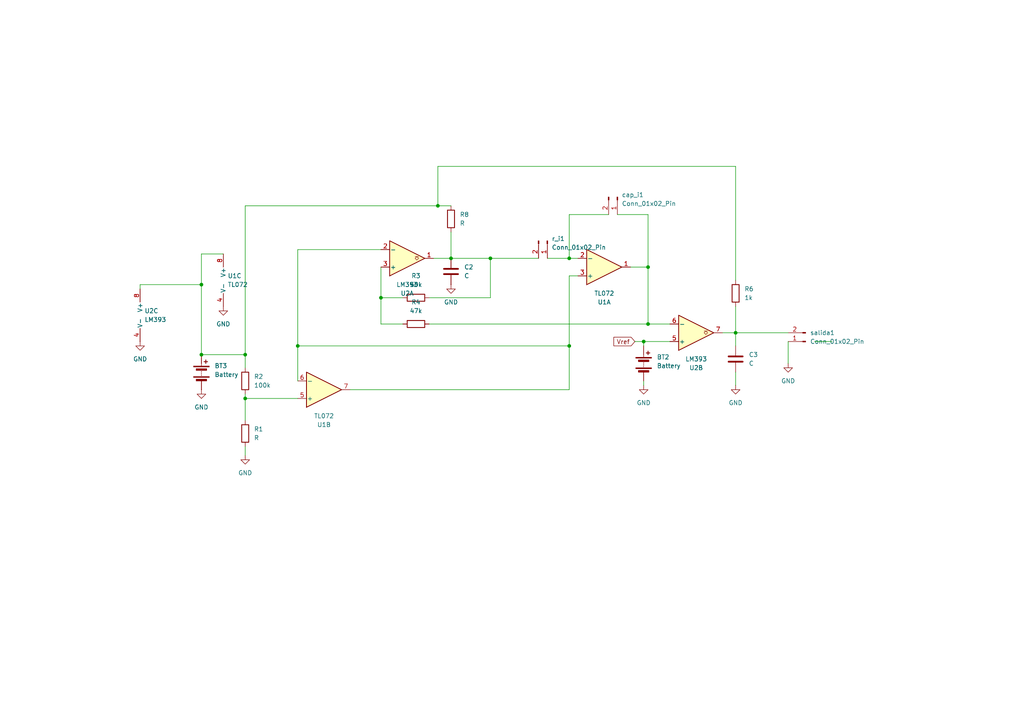
<source format=kicad_sch>
(kicad_sch
	(version 20250114)
	(generator "eeschema")
	(generator_version "9.0")
	(uuid "17eee627-bc3f-46bd-a929-8340eabad878")
	(paper "A4")
	(lib_symbols
		(symbol "Amplifier_Operational:TL072"
			(pin_names
				(offset 0.127)
			)
			(exclude_from_sim no)
			(in_bom yes)
			(on_board yes)
			(property "Reference" "U"
				(at 0 5.08 0)
				(effects
					(font
						(size 1.27 1.27)
					)
					(justify left)
				)
			)
			(property "Value" "TL072"
				(at 0 -5.08 0)
				(effects
					(font
						(size 1.27 1.27)
					)
					(justify left)
				)
			)
			(property "Footprint" ""
				(at 0 0 0)
				(effects
					(font
						(size 1.27 1.27)
					)
					(hide yes)
				)
			)
			(property "Datasheet" "http://www.ti.com/lit/ds/symlink/tl071.pdf"
				(at 0 0 0)
				(effects
					(font
						(size 1.27 1.27)
					)
					(hide yes)
				)
			)
			(property "Description" "Dual Low-Noise JFET-Input Operational Amplifiers, DIP-8/SOIC-8"
				(at 0 0 0)
				(effects
					(font
						(size 1.27 1.27)
					)
					(hide yes)
				)
			)
			(property "ki_locked" ""
				(at 0 0 0)
				(effects
					(font
						(size 1.27 1.27)
					)
				)
			)
			(property "ki_keywords" "dual opamp"
				(at 0 0 0)
				(effects
					(font
						(size 1.27 1.27)
					)
					(hide yes)
				)
			)
			(property "ki_fp_filters" "SOIC*3.9x4.9mm*P1.27mm* DIP*W7.62mm* TO*99* OnSemi*Micro8* TSSOP*3x3mm*P0.65mm* TSSOP*4.4x3mm*P0.65mm* MSOP*3x3mm*P0.65mm* SSOP*3.9x4.9mm*P0.635mm* LFCSP*2x2mm*P0.5mm* *SIP* SOIC*5.3x6.2mm*P1.27mm*"
				(at 0 0 0)
				(effects
					(font
						(size 1.27 1.27)
					)
					(hide yes)
				)
			)
			(symbol "TL072_1_1"
				(polyline
					(pts
						(xy -5.08 5.08) (xy 5.08 0) (xy -5.08 -5.08) (xy -5.08 5.08)
					)
					(stroke
						(width 0.254)
						(type default)
					)
					(fill
						(type background)
					)
				)
				(pin input line
					(at -7.62 2.54 0)
					(length 2.54)
					(name "+"
						(effects
							(font
								(size 1.27 1.27)
							)
						)
					)
					(number "3"
						(effects
							(font
								(size 1.27 1.27)
							)
						)
					)
				)
				(pin input line
					(at -7.62 -2.54 0)
					(length 2.54)
					(name "-"
						(effects
							(font
								(size 1.27 1.27)
							)
						)
					)
					(number "2"
						(effects
							(font
								(size 1.27 1.27)
							)
						)
					)
				)
				(pin output line
					(at 7.62 0 180)
					(length 2.54)
					(name "~"
						(effects
							(font
								(size 1.27 1.27)
							)
						)
					)
					(number "1"
						(effects
							(font
								(size 1.27 1.27)
							)
						)
					)
				)
			)
			(symbol "TL072_2_1"
				(polyline
					(pts
						(xy -5.08 5.08) (xy 5.08 0) (xy -5.08 -5.08) (xy -5.08 5.08)
					)
					(stroke
						(width 0.254)
						(type default)
					)
					(fill
						(type background)
					)
				)
				(pin input line
					(at -7.62 2.54 0)
					(length 2.54)
					(name "+"
						(effects
							(font
								(size 1.27 1.27)
							)
						)
					)
					(number "5"
						(effects
							(font
								(size 1.27 1.27)
							)
						)
					)
				)
				(pin input line
					(at -7.62 -2.54 0)
					(length 2.54)
					(name "-"
						(effects
							(font
								(size 1.27 1.27)
							)
						)
					)
					(number "6"
						(effects
							(font
								(size 1.27 1.27)
							)
						)
					)
				)
				(pin output line
					(at 7.62 0 180)
					(length 2.54)
					(name "~"
						(effects
							(font
								(size 1.27 1.27)
							)
						)
					)
					(number "7"
						(effects
							(font
								(size 1.27 1.27)
							)
						)
					)
				)
			)
			(symbol "TL072_3_1"
				(pin power_in line
					(at -2.54 7.62 270)
					(length 3.81)
					(name "V+"
						(effects
							(font
								(size 1.27 1.27)
							)
						)
					)
					(number "8"
						(effects
							(font
								(size 1.27 1.27)
							)
						)
					)
				)
				(pin power_in line
					(at -2.54 -7.62 90)
					(length 3.81)
					(name "V-"
						(effects
							(font
								(size 1.27 1.27)
							)
						)
					)
					(number "4"
						(effects
							(font
								(size 1.27 1.27)
							)
						)
					)
				)
			)
			(embedded_fonts no)
		)
		(symbol "Comparator:LM393"
			(pin_names
				(offset 0.127)
			)
			(exclude_from_sim no)
			(in_bom yes)
			(on_board yes)
			(property "Reference" "U"
				(at 3.81 3.81 0)
				(effects
					(font
						(size 1.27 1.27)
					)
				)
			)
			(property "Value" "LM393"
				(at 6.35 -3.81 0)
				(effects
					(font
						(size 1.27 1.27)
					)
				)
			)
			(property "Footprint" ""
				(at 0 0 0)
				(effects
					(font
						(size 1.27 1.27)
					)
					(hide yes)
				)
			)
			(property "Datasheet" "http://www.ti.com/lit/ds/symlink/lm393.pdf"
				(at 0 0 0)
				(effects
					(font
						(size 1.27 1.27)
					)
					(hide yes)
				)
			)
			(property "Description" "Low-Power, Low-Offset Voltage, Dual Comparators, DIP-8/SOIC-8/TO-99-8"
				(at 0 0 0)
				(effects
					(font
						(size 1.27 1.27)
					)
					(hide yes)
				)
			)
			(property "ki_locked" ""
				(at 0 0 0)
				(effects
					(font
						(size 1.27 1.27)
					)
				)
			)
			(property "ki_keywords" "cmp open collector"
				(at 0 0 0)
				(effects
					(font
						(size 1.27 1.27)
					)
					(hide yes)
				)
			)
			(property "ki_fp_filters" "SOIC*3.9x4.9mm*P1.27mm* DIP*W7.62mm* SOP*5.28x5.23mm*P1.27mm* VSSOP*3x3mm*P0.65mm* TSSOP*4.4x3mm*P0.65mm*"
				(at 0 0 0)
				(effects
					(font
						(size 1.27 1.27)
					)
					(hide yes)
				)
			)
			(symbol "LM393_1_1"
				(polyline
					(pts
						(xy -5.08 5.08) (xy 5.08 0) (xy -5.08 -5.08) (xy -5.08 5.08)
					)
					(stroke
						(width 0.254)
						(type default)
					)
					(fill
						(type background)
					)
				)
				(polyline
					(pts
						(xy 3.302 -0.508) (xy 2.794 -0.508) (xy 3.302 0) (xy 2.794 0.508) (xy 2.286 0) (xy 2.794 -0.508)
						(xy 2.286 -0.508)
					)
					(stroke
						(width 0.127)
						(type default)
					)
					(fill
						(type none)
					)
				)
				(pin input line
					(at -7.62 2.54 0)
					(length 2.54)
					(name "+"
						(effects
							(font
								(size 1.27 1.27)
							)
						)
					)
					(number "3"
						(effects
							(font
								(size 1.27 1.27)
							)
						)
					)
				)
				(pin input line
					(at -7.62 -2.54 0)
					(length 2.54)
					(name "-"
						(effects
							(font
								(size 1.27 1.27)
							)
						)
					)
					(number "2"
						(effects
							(font
								(size 1.27 1.27)
							)
						)
					)
				)
				(pin open_collector line
					(at 7.62 0 180)
					(length 2.54)
					(name "~"
						(effects
							(font
								(size 1.27 1.27)
							)
						)
					)
					(number "1"
						(effects
							(font
								(size 1.27 1.27)
							)
						)
					)
				)
			)
			(symbol "LM393_2_1"
				(polyline
					(pts
						(xy -5.08 5.08) (xy 5.08 0) (xy -5.08 -5.08) (xy -5.08 5.08)
					)
					(stroke
						(width 0.254)
						(type default)
					)
					(fill
						(type background)
					)
				)
				(polyline
					(pts
						(xy 3.302 -0.508) (xy 2.794 -0.508) (xy 3.302 0) (xy 2.794 0.508) (xy 2.286 0) (xy 2.794 -0.508)
						(xy 2.286 -0.508)
					)
					(stroke
						(width 0.127)
						(type default)
					)
					(fill
						(type none)
					)
				)
				(pin input line
					(at -7.62 2.54 0)
					(length 2.54)
					(name "+"
						(effects
							(font
								(size 1.27 1.27)
							)
						)
					)
					(number "5"
						(effects
							(font
								(size 1.27 1.27)
							)
						)
					)
				)
				(pin input line
					(at -7.62 -2.54 0)
					(length 2.54)
					(name "-"
						(effects
							(font
								(size 1.27 1.27)
							)
						)
					)
					(number "6"
						(effects
							(font
								(size 1.27 1.27)
							)
						)
					)
				)
				(pin open_collector line
					(at 7.62 0 180)
					(length 2.54)
					(name "~"
						(effects
							(font
								(size 1.27 1.27)
							)
						)
					)
					(number "7"
						(effects
							(font
								(size 1.27 1.27)
							)
						)
					)
				)
			)
			(symbol "LM393_3_1"
				(pin power_in line
					(at -2.54 7.62 270)
					(length 3.81)
					(name "V+"
						(effects
							(font
								(size 1.27 1.27)
							)
						)
					)
					(number "8"
						(effects
							(font
								(size 1.27 1.27)
							)
						)
					)
				)
				(pin power_in line
					(at -2.54 -7.62 90)
					(length 3.81)
					(name "V-"
						(effects
							(font
								(size 1.27 1.27)
							)
						)
					)
					(number "4"
						(effects
							(font
								(size 1.27 1.27)
							)
						)
					)
				)
			)
			(embedded_fonts no)
		)
		(symbol "Connector:Conn_01x02_Pin"
			(pin_names
				(offset 1.016)
				(hide yes)
			)
			(exclude_from_sim no)
			(in_bom yes)
			(on_board yes)
			(property "Reference" "J"
				(at 0 2.54 0)
				(effects
					(font
						(size 1.27 1.27)
					)
				)
			)
			(property "Value" "Conn_01x02_Pin"
				(at 0 -5.08 0)
				(effects
					(font
						(size 1.27 1.27)
					)
				)
			)
			(property "Footprint" ""
				(at 0 0 0)
				(effects
					(font
						(size 1.27 1.27)
					)
					(hide yes)
				)
			)
			(property "Datasheet" "~"
				(at 0 0 0)
				(effects
					(font
						(size 1.27 1.27)
					)
					(hide yes)
				)
			)
			(property "Description" "Generic connector, single row, 01x02, script generated"
				(at 0 0 0)
				(effects
					(font
						(size 1.27 1.27)
					)
					(hide yes)
				)
			)
			(property "ki_locked" ""
				(at 0 0 0)
				(effects
					(font
						(size 1.27 1.27)
					)
				)
			)
			(property "ki_keywords" "connector"
				(at 0 0 0)
				(effects
					(font
						(size 1.27 1.27)
					)
					(hide yes)
				)
			)
			(property "ki_fp_filters" "Connector*:*_1x??_*"
				(at 0 0 0)
				(effects
					(font
						(size 1.27 1.27)
					)
					(hide yes)
				)
			)
			(symbol "Conn_01x02_Pin_1_1"
				(rectangle
					(start 0.8636 0.127)
					(end 0 -0.127)
					(stroke
						(width 0.1524)
						(type default)
					)
					(fill
						(type outline)
					)
				)
				(rectangle
					(start 0.8636 -2.413)
					(end 0 -2.667)
					(stroke
						(width 0.1524)
						(type default)
					)
					(fill
						(type outline)
					)
				)
				(polyline
					(pts
						(xy 1.27 0) (xy 0.8636 0)
					)
					(stroke
						(width 0.1524)
						(type default)
					)
					(fill
						(type none)
					)
				)
				(polyline
					(pts
						(xy 1.27 -2.54) (xy 0.8636 -2.54)
					)
					(stroke
						(width 0.1524)
						(type default)
					)
					(fill
						(type none)
					)
				)
				(pin passive line
					(at 5.08 0 180)
					(length 3.81)
					(name "Pin_1"
						(effects
							(font
								(size 1.27 1.27)
							)
						)
					)
					(number "1"
						(effects
							(font
								(size 1.27 1.27)
							)
						)
					)
				)
				(pin passive line
					(at 5.08 -2.54 180)
					(length 3.81)
					(name "Pin_2"
						(effects
							(font
								(size 1.27 1.27)
							)
						)
					)
					(number "2"
						(effects
							(font
								(size 1.27 1.27)
							)
						)
					)
				)
			)
			(embedded_fonts no)
		)
		(symbol "Device:Battery"
			(pin_numbers
				(hide yes)
			)
			(pin_names
				(offset 0)
				(hide yes)
			)
			(exclude_from_sim no)
			(in_bom yes)
			(on_board yes)
			(property "Reference" "BT"
				(at 2.54 2.54 0)
				(effects
					(font
						(size 1.27 1.27)
					)
					(justify left)
				)
			)
			(property "Value" "Battery"
				(at 2.54 0 0)
				(effects
					(font
						(size 1.27 1.27)
					)
					(justify left)
				)
			)
			(property "Footprint" ""
				(at 0 1.524 90)
				(effects
					(font
						(size 1.27 1.27)
					)
					(hide yes)
				)
			)
			(property "Datasheet" "~"
				(at 0 1.524 90)
				(effects
					(font
						(size 1.27 1.27)
					)
					(hide yes)
				)
			)
			(property "Description" "Multiple-cell battery"
				(at 0 0 0)
				(effects
					(font
						(size 1.27 1.27)
					)
					(hide yes)
				)
			)
			(property "ki_keywords" "batt voltage-source cell"
				(at 0 0 0)
				(effects
					(font
						(size 1.27 1.27)
					)
					(hide yes)
				)
			)
			(symbol "Battery_0_1"
				(rectangle
					(start -2.286 1.778)
					(end 2.286 1.524)
					(stroke
						(width 0)
						(type default)
					)
					(fill
						(type outline)
					)
				)
				(rectangle
					(start -2.286 -1.27)
					(end 2.286 -1.524)
					(stroke
						(width 0)
						(type default)
					)
					(fill
						(type outline)
					)
				)
				(rectangle
					(start -1.524 1.016)
					(end 1.524 0.508)
					(stroke
						(width 0)
						(type default)
					)
					(fill
						(type outline)
					)
				)
				(rectangle
					(start -1.524 -2.032)
					(end 1.524 -2.54)
					(stroke
						(width 0)
						(type default)
					)
					(fill
						(type outline)
					)
				)
				(polyline
					(pts
						(xy 0 1.778) (xy 0 2.54)
					)
					(stroke
						(width 0)
						(type default)
					)
					(fill
						(type none)
					)
				)
				(polyline
					(pts
						(xy 0 0) (xy 0 0.254)
					)
					(stroke
						(width 0)
						(type default)
					)
					(fill
						(type none)
					)
				)
				(polyline
					(pts
						(xy 0 -0.508) (xy 0 -0.254)
					)
					(stroke
						(width 0)
						(type default)
					)
					(fill
						(type none)
					)
				)
				(polyline
					(pts
						(xy 0 -1.016) (xy 0 -0.762)
					)
					(stroke
						(width 0)
						(type default)
					)
					(fill
						(type none)
					)
				)
				(polyline
					(pts
						(xy 0.762 3.048) (xy 1.778 3.048)
					)
					(stroke
						(width 0.254)
						(type default)
					)
					(fill
						(type none)
					)
				)
				(polyline
					(pts
						(xy 1.27 3.556) (xy 1.27 2.54)
					)
					(stroke
						(width 0.254)
						(type default)
					)
					(fill
						(type none)
					)
				)
			)
			(symbol "Battery_1_1"
				(pin passive line
					(at 0 5.08 270)
					(length 2.54)
					(name "+"
						(effects
							(font
								(size 1.27 1.27)
							)
						)
					)
					(number "1"
						(effects
							(font
								(size 1.27 1.27)
							)
						)
					)
				)
				(pin passive line
					(at 0 -5.08 90)
					(length 2.54)
					(name "-"
						(effects
							(font
								(size 1.27 1.27)
							)
						)
					)
					(number "2"
						(effects
							(font
								(size 1.27 1.27)
							)
						)
					)
				)
			)
			(embedded_fonts no)
		)
		(symbol "Device:C"
			(pin_numbers
				(hide yes)
			)
			(pin_names
				(offset 0.254)
			)
			(exclude_from_sim no)
			(in_bom yes)
			(on_board yes)
			(property "Reference" "C"
				(at 0.635 2.54 0)
				(effects
					(font
						(size 1.27 1.27)
					)
					(justify left)
				)
			)
			(property "Value" "C"
				(at 0.635 -2.54 0)
				(effects
					(font
						(size 1.27 1.27)
					)
					(justify left)
				)
			)
			(property "Footprint" ""
				(at 0.9652 -3.81 0)
				(effects
					(font
						(size 1.27 1.27)
					)
					(hide yes)
				)
			)
			(property "Datasheet" "~"
				(at 0 0 0)
				(effects
					(font
						(size 1.27 1.27)
					)
					(hide yes)
				)
			)
			(property "Description" "Unpolarized capacitor"
				(at 0 0 0)
				(effects
					(font
						(size 1.27 1.27)
					)
					(hide yes)
				)
			)
			(property "ki_keywords" "cap capacitor"
				(at 0 0 0)
				(effects
					(font
						(size 1.27 1.27)
					)
					(hide yes)
				)
			)
			(property "ki_fp_filters" "C_*"
				(at 0 0 0)
				(effects
					(font
						(size 1.27 1.27)
					)
					(hide yes)
				)
			)
			(symbol "C_0_1"
				(polyline
					(pts
						(xy -2.032 0.762) (xy 2.032 0.762)
					)
					(stroke
						(width 0.508)
						(type default)
					)
					(fill
						(type none)
					)
				)
				(polyline
					(pts
						(xy -2.032 -0.762) (xy 2.032 -0.762)
					)
					(stroke
						(width 0.508)
						(type default)
					)
					(fill
						(type none)
					)
				)
			)
			(symbol "C_1_1"
				(pin passive line
					(at 0 3.81 270)
					(length 2.794)
					(name "~"
						(effects
							(font
								(size 1.27 1.27)
							)
						)
					)
					(number "1"
						(effects
							(font
								(size 1.27 1.27)
							)
						)
					)
				)
				(pin passive line
					(at 0 -3.81 90)
					(length 2.794)
					(name "~"
						(effects
							(font
								(size 1.27 1.27)
							)
						)
					)
					(number "2"
						(effects
							(font
								(size 1.27 1.27)
							)
						)
					)
				)
			)
			(embedded_fonts no)
		)
		(symbol "Device:R"
			(pin_numbers
				(hide yes)
			)
			(pin_names
				(offset 0)
			)
			(exclude_from_sim no)
			(in_bom yes)
			(on_board yes)
			(property "Reference" "R"
				(at 2.032 0 90)
				(effects
					(font
						(size 1.27 1.27)
					)
				)
			)
			(property "Value" "R"
				(at 0 0 90)
				(effects
					(font
						(size 1.27 1.27)
					)
				)
			)
			(property "Footprint" ""
				(at -1.778 0 90)
				(effects
					(font
						(size 1.27 1.27)
					)
					(hide yes)
				)
			)
			(property "Datasheet" "~"
				(at 0 0 0)
				(effects
					(font
						(size 1.27 1.27)
					)
					(hide yes)
				)
			)
			(property "Description" "Resistor"
				(at 0 0 0)
				(effects
					(font
						(size 1.27 1.27)
					)
					(hide yes)
				)
			)
			(property "ki_keywords" "R res resistor"
				(at 0 0 0)
				(effects
					(font
						(size 1.27 1.27)
					)
					(hide yes)
				)
			)
			(property "ki_fp_filters" "R_*"
				(at 0 0 0)
				(effects
					(font
						(size 1.27 1.27)
					)
					(hide yes)
				)
			)
			(symbol "R_0_1"
				(rectangle
					(start -1.016 -2.54)
					(end 1.016 2.54)
					(stroke
						(width 0.254)
						(type default)
					)
					(fill
						(type none)
					)
				)
			)
			(symbol "R_1_1"
				(pin passive line
					(at 0 3.81 270)
					(length 1.27)
					(name "~"
						(effects
							(font
								(size 1.27 1.27)
							)
						)
					)
					(number "1"
						(effects
							(font
								(size 1.27 1.27)
							)
						)
					)
				)
				(pin passive line
					(at 0 -3.81 90)
					(length 1.27)
					(name "~"
						(effects
							(font
								(size 1.27 1.27)
							)
						)
					)
					(number "2"
						(effects
							(font
								(size 1.27 1.27)
							)
						)
					)
				)
			)
			(embedded_fonts no)
		)
		(symbol "power:GND"
			(power)
			(pin_numbers
				(hide yes)
			)
			(pin_names
				(offset 0)
				(hide yes)
			)
			(exclude_from_sim no)
			(in_bom yes)
			(on_board yes)
			(property "Reference" "#PWR"
				(at 0 -6.35 0)
				(effects
					(font
						(size 1.27 1.27)
					)
					(hide yes)
				)
			)
			(property "Value" "GND"
				(at 0 -3.81 0)
				(effects
					(font
						(size 1.27 1.27)
					)
				)
			)
			(property "Footprint" ""
				(at 0 0 0)
				(effects
					(font
						(size 1.27 1.27)
					)
					(hide yes)
				)
			)
			(property "Datasheet" ""
				(at 0 0 0)
				(effects
					(font
						(size 1.27 1.27)
					)
					(hide yes)
				)
			)
			(property "Description" "Power symbol creates a global label with name \"GND\" , ground"
				(at 0 0 0)
				(effects
					(font
						(size 1.27 1.27)
					)
					(hide yes)
				)
			)
			(property "ki_keywords" "global power"
				(at 0 0 0)
				(effects
					(font
						(size 1.27 1.27)
					)
					(hide yes)
				)
			)
			(symbol "GND_0_1"
				(polyline
					(pts
						(xy 0 0) (xy 0 -1.27) (xy 1.27 -1.27) (xy 0 -2.54) (xy -1.27 -1.27) (xy 0 -1.27)
					)
					(stroke
						(width 0)
						(type default)
					)
					(fill
						(type none)
					)
				)
			)
			(symbol "GND_1_1"
				(pin power_in line
					(at 0 0 270)
					(length 0)
					(name "~"
						(effects
							(font
								(size 1.27 1.27)
							)
						)
					)
					(number "1"
						(effects
							(font
								(size 1.27 1.27)
							)
						)
					)
				)
			)
			(embedded_fonts no)
		)
	)
	(junction
		(at 186.69 99.06)
		(diameter 0)
		(color 0 0 0 0)
		(uuid "1f849616-a5b7-402d-90bf-3e3e27b40008")
	)
	(junction
		(at 110.49 86.36)
		(diameter 0)
		(color 0 0 0 0)
		(uuid "231d5919-d8b3-443b-a5f7-76f1899d3b9f")
	)
	(junction
		(at 86.36 100.33)
		(diameter 0)
		(color 0 0 0 0)
		(uuid "27a980d3-f2aa-4896-92a1-562708249a68")
	)
	(junction
		(at 130.81 74.93)
		(diameter 0)
		(color 0 0 0 0)
		(uuid "2bce827f-6057-4d1a-a021-fb42f5d9b44d")
	)
	(junction
		(at 58.42 82.55)
		(diameter 0)
		(color 0 0 0 0)
		(uuid "33d65ac8-d78b-43bb-8bf9-eda4a0d2d533")
	)
	(junction
		(at 187.96 77.47)
		(diameter 0)
		(color 0 0 0 0)
		(uuid "33e34c6c-3ca2-4071-aa67-a143d870ef87")
	)
	(junction
		(at 71.12 115.57)
		(diameter 0)
		(color 0 0 0 0)
		(uuid "36a6eb8c-d320-4aa3-b6f0-bb6a3812dae2")
	)
	(junction
		(at 165.1 74.93)
		(diameter 0)
		(color 0 0 0 0)
		(uuid "3b4f80cc-b4fd-4e96-ade0-4a217b23c7d5")
	)
	(junction
		(at 58.42 102.87)
		(diameter 0)
		(color 0 0 0 0)
		(uuid "432f8922-8733-4a52-8986-19ca9b51d881")
	)
	(junction
		(at 187.96 93.98)
		(diameter 0)
		(color 0 0 0 0)
		(uuid "62c311b6-29e9-4f82-bcbd-423b818743ea")
	)
	(junction
		(at 127 59.69)
		(diameter 0)
		(color 0 0 0 0)
		(uuid "6b8b06e2-9d45-499e-9bc0-2ff0539aaf74")
	)
	(junction
		(at 165.1 100.33)
		(diameter 0)
		(color 0 0 0 0)
		(uuid "af19137a-e014-43d0-a0af-51a75aa18089")
	)
	(junction
		(at 71.12 102.87)
		(diameter 0)
		(color 0 0 0 0)
		(uuid "bae1835b-f27f-4555-9f23-21294c60de66")
	)
	(junction
		(at 213.36 96.52)
		(diameter 0)
		(color 0 0 0 0)
		(uuid "cc41e59d-1e8b-4024-8913-4c7de67a9273")
	)
	(junction
		(at 142.24 74.93)
		(diameter 0)
		(color 0 0 0 0)
		(uuid "e5f14dd5-df28-433b-9f4f-86ca4d9daae1")
	)
	(wire
		(pts
			(xy 71.12 59.69) (xy 127 59.69)
		)
		(stroke
			(width 0)
			(type default)
		)
		(uuid "00cb0fe0-e035-4e59-9d78-44b6c0bff9d7")
	)
	(wire
		(pts
			(xy 213.36 107.95) (xy 213.36 111.76)
		)
		(stroke
			(width 0)
			(type default)
		)
		(uuid "0232e40d-a643-4ac7-84ed-2e2341951d93")
	)
	(wire
		(pts
			(xy 58.42 102.87) (xy 58.42 82.55)
		)
		(stroke
			(width 0)
			(type default)
		)
		(uuid "029a9c53-87b6-480e-9fe3-47190eef0895")
	)
	(wire
		(pts
			(xy 186.69 99.06) (xy 194.31 99.06)
		)
		(stroke
			(width 0)
			(type default)
		)
		(uuid "050103ec-ee0e-4d8a-9470-37d862685644")
	)
	(wire
		(pts
			(xy 142.24 74.93) (xy 156.21 74.93)
		)
		(stroke
			(width 0)
			(type default)
		)
		(uuid "0c95ced1-11f8-4362-be8c-0d0c66afa723")
	)
	(wire
		(pts
			(xy 213.36 96.52) (xy 213.36 100.33)
		)
		(stroke
			(width 0)
			(type default)
		)
		(uuid "0dba4b74-6199-49a0-8dc1-4db27c230613")
	)
	(wire
		(pts
			(xy 124.46 93.98) (xy 187.96 93.98)
		)
		(stroke
			(width 0)
			(type default)
		)
		(uuid "12fd6866-8479-477d-b286-52e485c2270d")
	)
	(wire
		(pts
			(xy 71.12 102.87) (xy 71.12 106.68)
		)
		(stroke
			(width 0)
			(type default)
		)
		(uuid "27ae9229-2678-4eff-a10b-df003a08b83a")
	)
	(wire
		(pts
			(xy 142.24 86.36) (xy 142.24 74.93)
		)
		(stroke
			(width 0)
			(type default)
		)
		(uuid "2a7df99d-3713-4415-876c-9a5775570597")
	)
	(wire
		(pts
			(xy 86.36 72.39) (xy 110.49 72.39)
		)
		(stroke
			(width 0)
			(type default)
		)
		(uuid "2db29c0c-c76f-47f5-a73e-81bfae242f9f")
	)
	(wire
		(pts
			(xy 187.96 62.23) (xy 187.96 77.47)
		)
		(stroke
			(width 0)
			(type default)
		)
		(uuid "3aac5af1-a73e-447a-a6e5-babdda6b6918")
	)
	(wire
		(pts
			(xy 165.1 80.01) (xy 165.1 100.33)
		)
		(stroke
			(width 0)
			(type default)
		)
		(uuid "475a4ea7-71e8-4a2a-8c8c-f7acd9d570b4")
	)
	(wire
		(pts
			(xy 110.49 86.36) (xy 116.84 86.36)
		)
		(stroke
			(width 0)
			(type default)
		)
		(uuid "48195463-2c4a-422c-b42d-786267b3d5f8")
	)
	(wire
		(pts
			(xy 40.64 82.55) (xy 40.64 83.82)
		)
		(stroke
			(width 0)
			(type default)
		)
		(uuid "4ed70184-b347-47b8-9b10-155a50be3ddd")
	)
	(wire
		(pts
			(xy 125.73 74.93) (xy 130.81 74.93)
		)
		(stroke
			(width 0)
			(type default)
		)
		(uuid "51b8db8c-10c1-4a86-a2a5-31954eddc89b")
	)
	(wire
		(pts
			(xy 127 59.69) (xy 127 48.26)
		)
		(stroke
			(width 0)
			(type default)
		)
		(uuid "54d0cc3b-d84b-46e6-88e4-10d4084c40cf")
	)
	(wire
		(pts
			(xy 209.55 96.52) (xy 213.36 96.52)
		)
		(stroke
			(width 0)
			(type default)
		)
		(uuid "559de702-a01a-4e7d-ae0f-93f07ac3e23b")
	)
	(wire
		(pts
			(xy 71.12 115.57) (xy 71.12 121.92)
		)
		(stroke
			(width 0)
			(type default)
		)
		(uuid "55c63310-26a2-4344-acda-efac10ef3fc6")
	)
	(wire
		(pts
			(xy 158.75 74.93) (xy 165.1 74.93)
		)
		(stroke
			(width 0)
			(type default)
		)
		(uuid "567fbd52-932d-4c85-970b-877b9d5bcb80")
	)
	(wire
		(pts
			(xy 58.42 82.55) (xy 40.64 82.55)
		)
		(stroke
			(width 0)
			(type default)
		)
		(uuid "57582421-1e26-4df8-a585-b2c2300074fe")
	)
	(wire
		(pts
			(xy 58.42 73.66) (xy 64.77 73.66)
		)
		(stroke
			(width 0)
			(type default)
		)
		(uuid "5aec6ae3-f806-4b9f-aa01-17081e5b8239")
	)
	(wire
		(pts
			(xy 184.15 99.06) (xy 186.69 99.06)
		)
		(stroke
			(width 0)
			(type default)
		)
		(uuid "5ce9f6cc-44a0-467f-a74a-faf6bba49195")
	)
	(wire
		(pts
			(xy 110.49 77.47) (xy 110.49 86.36)
		)
		(stroke
			(width 0)
			(type default)
		)
		(uuid "5fd16b4b-eab7-49ef-82fb-c9030c311d3c")
	)
	(wire
		(pts
			(xy 58.42 102.87) (xy 71.12 102.87)
		)
		(stroke
			(width 0)
			(type default)
		)
		(uuid "64ad14bd-b05d-4813-a445-2d7fec0783ef")
	)
	(wire
		(pts
			(xy 86.36 110.49) (xy 86.36 100.33)
		)
		(stroke
			(width 0)
			(type default)
		)
		(uuid "650c6a5a-96c5-4a64-964c-6daaeee01975")
	)
	(wire
		(pts
			(xy 127 48.26) (xy 213.36 48.26)
		)
		(stroke
			(width 0)
			(type default)
		)
		(uuid "79342fe3-32a4-443c-b907-94b60cfb9382")
	)
	(wire
		(pts
			(xy 236.22 99.06) (xy 241.3 99.06)
		)
		(stroke
			(width 0)
			(type default)
		)
		(uuid "85e311d2-1ddb-440c-97e3-e2d2ab90724c")
	)
	(wire
		(pts
			(xy 71.12 129.54) (xy 71.12 132.08)
		)
		(stroke
			(width 0)
			(type default)
		)
		(uuid "8fb66898-2f68-45ea-a94c-c46a562e59e1")
	)
	(wire
		(pts
			(xy 182.88 77.47) (xy 187.96 77.47)
		)
		(stroke
			(width 0)
			(type default)
		)
		(uuid "90fbf3de-eada-4559-bb24-b65c22c1a421")
	)
	(wire
		(pts
			(xy 213.36 96.52) (xy 228.6 96.52)
		)
		(stroke
			(width 0)
			(type default)
		)
		(uuid "9344a09e-505b-455f-ab76-71d6848b7ed9")
	)
	(wire
		(pts
			(xy 165.1 62.23) (xy 176.53 62.23)
		)
		(stroke
			(width 0)
			(type default)
		)
		(uuid "94c39354-79c0-4967-bf88-19809e684ded")
	)
	(wire
		(pts
			(xy 186.69 110.49) (xy 186.69 111.76)
		)
		(stroke
			(width 0)
			(type default)
		)
		(uuid "9a985b63-147f-40de-b8d1-939e3654f1d2")
	)
	(wire
		(pts
			(xy 228.6 99.06) (xy 228.6 105.41)
		)
		(stroke
			(width 0)
			(type default)
		)
		(uuid "9cb1c54c-ab5a-41ce-b13e-9b19bbc08955")
	)
	(wire
		(pts
			(xy 165.1 80.01) (xy 167.64 80.01)
		)
		(stroke
			(width 0)
			(type default)
		)
		(uuid "a10e334a-0c70-412a-b0d1-1e2ace790ba4")
	)
	(wire
		(pts
			(xy 110.49 86.36) (xy 110.49 93.98)
		)
		(stroke
			(width 0)
			(type default)
		)
		(uuid "b31a93c6-4bed-4fa1-a52e-c21a711c8b07")
	)
	(wire
		(pts
			(xy 71.12 115.57) (xy 86.36 115.57)
		)
		(stroke
			(width 0)
			(type default)
		)
		(uuid "bb6a48a1-2fd2-4175-ad17-ae70886e6782")
	)
	(wire
		(pts
			(xy 187.96 77.47) (xy 187.96 93.98)
		)
		(stroke
			(width 0)
			(type default)
		)
		(uuid "bd9a1cdf-1643-429a-bd23-5d36768ef0ea")
	)
	(wire
		(pts
			(xy 130.81 67.31) (xy 130.81 74.93)
		)
		(stroke
			(width 0)
			(type default)
		)
		(uuid "bf83021d-6bc8-4e2e-ab03-1f316016fc03")
	)
	(wire
		(pts
			(xy 165.1 74.93) (xy 167.64 74.93)
		)
		(stroke
			(width 0)
			(type default)
		)
		(uuid "c2fefbb1-8adf-44ea-a418-0eeee729499c")
	)
	(wire
		(pts
			(xy 71.12 102.87) (xy 71.12 59.69)
		)
		(stroke
			(width 0)
			(type default)
		)
		(uuid "c6cf5dea-bee4-4ca7-9980-9c71ef817a00")
	)
	(wire
		(pts
			(xy 86.36 100.33) (xy 86.36 72.39)
		)
		(stroke
			(width 0)
			(type default)
		)
		(uuid "c921a741-a6e8-46c0-b736-24bcb6161475")
	)
	(wire
		(pts
			(xy 101.6 113.03) (xy 165.1 113.03)
		)
		(stroke
			(width 0)
			(type default)
		)
		(uuid "c9379c07-d041-4fab-89de-dc9aa74a08fc")
	)
	(wire
		(pts
			(xy 110.49 93.98) (xy 116.84 93.98)
		)
		(stroke
			(width 0)
			(type default)
		)
		(uuid "c99485d9-306e-4fad-9559-5b9036606c5f")
	)
	(wire
		(pts
			(xy 179.07 62.23) (xy 187.96 62.23)
		)
		(stroke
			(width 0)
			(type default)
		)
		(uuid "ca30186a-6827-4446-ac36-6f1f2005b175")
	)
	(wire
		(pts
			(xy 165.1 100.33) (xy 165.1 113.03)
		)
		(stroke
			(width 0)
			(type default)
		)
		(uuid "ccbba4e3-18dd-4cfe-b4a5-b2e708916a28")
	)
	(wire
		(pts
			(xy 71.12 114.3) (xy 71.12 115.57)
		)
		(stroke
			(width 0)
			(type default)
		)
		(uuid "d465b1d6-c817-4abb-ba3e-fb999243ad2a")
	)
	(wire
		(pts
			(xy 130.81 74.93) (xy 142.24 74.93)
		)
		(stroke
			(width 0)
			(type default)
		)
		(uuid "d60105d6-bf03-4ed9-9403-21d27b8ce0ab")
	)
	(wire
		(pts
			(xy 213.36 88.9) (xy 213.36 96.52)
		)
		(stroke
			(width 0)
			(type default)
		)
		(uuid "d8d8a92c-36ea-4b39-9b10-26b84b154c4f")
	)
	(wire
		(pts
			(xy 213.36 48.26) (xy 213.36 81.28)
		)
		(stroke
			(width 0)
			(type default)
		)
		(uuid "e479daac-bc24-46d9-837e-e033b5b0a212")
	)
	(wire
		(pts
			(xy 58.42 82.55) (xy 58.42 73.66)
		)
		(stroke
			(width 0)
			(type default)
		)
		(uuid "ede98640-117b-4e20-9047-c1752c7aed50")
	)
	(wire
		(pts
			(xy 124.46 86.36) (xy 142.24 86.36)
		)
		(stroke
			(width 0)
			(type default)
		)
		(uuid "efb710e2-6ada-4cbe-a734-95f997d90e22")
	)
	(wire
		(pts
			(xy 186.69 99.06) (xy 186.69 100.33)
		)
		(stroke
			(width 0)
			(type default)
		)
		(uuid "f3244e25-c4e7-4877-a19f-5498a5880278")
	)
	(wire
		(pts
			(xy 187.96 93.98) (xy 194.31 93.98)
		)
		(stroke
			(width 0)
			(type default)
		)
		(uuid "f6f0c7f5-79ac-43d2-b0f9-ca47e21f8c25")
	)
	(wire
		(pts
			(xy 86.36 100.33) (xy 165.1 100.33)
		)
		(stroke
			(width 0)
			(type default)
		)
		(uuid "fa7a61e1-1c5e-4fb9-aaac-289d367b2f9f")
	)
	(wire
		(pts
			(xy 127 59.69) (xy 130.81 59.69)
		)
		(stroke
			(width 0)
			(type default)
		)
		(uuid "ff2dc5f1-e0b3-42e5-94ca-6a3458ee41a4")
	)
	(wire
		(pts
			(xy 165.1 74.93) (xy 165.1 62.23)
		)
		(stroke
			(width 0)
			(type default)
		)
		(uuid "ff9c73c1-4a3c-465e-a057-4885f7d04b96")
	)
	(global_label "Vref"
		(shape input)
		(at 184.15 99.06 180)
		(fields_autoplaced yes)
		(effects
			(font
				(size 1.27 1.27)
			)
			(justify right)
		)
		(uuid "86f90454-cd3a-4d4e-a0de-f118651c7d57")
		(property "Intersheetrefs" "${INTERSHEET_REFS}"
			(at 177.4757 99.06 0)
			(effects
				(font
					(size 1.27 1.27)
				)
				(justify right)
				(hide yes)
			)
		)
	)
	(symbol
		(lib_id "Device:R")
		(at 213.36 85.09 180)
		(unit 1)
		(exclude_from_sim no)
		(in_bom yes)
		(on_board yes)
		(dnp no)
		(fields_autoplaced yes)
		(uuid "0b3ed18d-4305-4429-964a-1fd727171064")
		(property "Reference" "R6"
			(at 215.9 83.8199 0)
			(effects
				(font
					(size 1.27 1.27)
				)
				(justify right)
			)
		)
		(property "Value" "1k"
			(at 215.9 86.3599 0)
			(effects
				(font
					(size 1.27 1.27)
				)
				(justify right)
			)
		)
		(property "Footprint" "Resistor_THT:R_Axial_DIN0207_L6.3mm_D2.5mm_P7.62mm_Horizontal"
			(at 215.138 85.09 90)
			(effects
				(font
					(size 1.27 1.27)
				)
				(hide yes)
			)
		)
		(property "Datasheet" "~"
			(at 213.36 85.09 0)
			(effects
				(font
					(size 1.27 1.27)
				)
				(hide yes)
			)
		)
		(property "Description" "Resistor"
			(at 213.36 85.09 0)
			(effects
				(font
					(size 1.27 1.27)
				)
				(hide yes)
			)
		)
		(pin "1"
			(uuid "1881a007-f35b-475b-8a94-8049f9c0f0ab")
		)
		(pin "2"
			(uuid "9464250b-2408-46cc-9bcc-f003fb8b666e")
		)
		(instances
			(project "pcb_check4_pwm"
				(path "/17eee627-bc3f-46bd-a929-8340eabad878"
					(reference "R6")
					(unit 1)
				)
			)
		)
	)
	(symbol
		(lib_id "Device:C")
		(at 130.81 78.74 180)
		(unit 1)
		(exclude_from_sim no)
		(in_bom yes)
		(on_board yes)
		(dnp no)
		(fields_autoplaced yes)
		(uuid "0e347cb4-267e-4826-be1f-510a2a914dfb")
		(property "Reference" "C2"
			(at 134.62 77.4699 0)
			(effects
				(font
					(size 1.27 1.27)
				)
				(justify right)
			)
		)
		(property "Value" "C"
			(at 134.62 80.0099 0)
			(effects
				(font
					(size 1.27 1.27)
				)
				(justify right)
			)
		)
		(property "Footprint" "Capacitor_THT:C_Disc_D4.3mm_W1.9mm_P5.00mm"
			(at 129.8448 74.93 0)
			(effects
				(font
					(size 1.27 1.27)
				)
				(hide yes)
			)
		)
		(property "Datasheet" "~"
			(at 130.81 78.74 0)
			(effects
				(font
					(size 1.27 1.27)
				)
				(hide yes)
			)
		)
		(property "Description" "Unpolarized capacitor"
			(at 130.81 78.74 0)
			(effects
				(font
					(size 1.27 1.27)
				)
				(hide yes)
			)
		)
		(pin "1"
			(uuid "04a7f5e3-b54b-4947-b614-732f20c9b8b8")
		)
		(pin "2"
			(uuid "a4512c34-7dbf-4c58-bdf8-dba8826d820c")
		)
		(instances
			(project ""
				(path "/17eee627-bc3f-46bd-a929-8340eabad878"
					(reference "C2")
					(unit 1)
				)
			)
		)
	)
	(symbol
		(lib_id "Comparator:LM393")
		(at 43.18 91.44 0)
		(unit 3)
		(exclude_from_sim no)
		(in_bom yes)
		(on_board yes)
		(dnp no)
		(fields_autoplaced yes)
		(uuid "1f738962-5655-42c9-8089-7c9c3b7b5ed1")
		(property "Reference" "U2"
			(at 41.91 90.1699 0)
			(effects
				(font
					(size 1.27 1.27)
				)
				(justify left)
			)
		)
		(property "Value" "LM393"
			(at 41.91 92.7099 0)
			(effects
				(font
					(size 1.27 1.27)
				)
				(justify left)
			)
		)
		(property "Footprint" "Package_DIP:CERDIP-8_W7.62mm_SideBrazed_LongPads"
			(at 43.18 91.44 0)
			(effects
				(font
					(size 1.27 1.27)
				)
				(hide yes)
			)
		)
		(property "Datasheet" "http://www.ti.com/lit/ds/symlink/lm393.pdf"
			(at 43.18 91.44 0)
			(effects
				(font
					(size 1.27 1.27)
				)
				(hide yes)
			)
		)
		(property "Description" "Low-Power, Low-Offset Voltage, Dual Comparators, DIP-8/SOIC-8/TO-99-8"
			(at 43.18 91.44 0)
			(effects
				(font
					(size 1.27 1.27)
				)
				(hide yes)
			)
		)
		(pin "1"
			(uuid "da528779-926a-4b7d-b28b-6dac23276aa9")
		)
		(pin "2"
			(uuid "559cfca9-b19f-4c11-8bdb-abbf13ca772e")
		)
		(pin "5"
			(uuid "0fc53ac8-1078-4339-a293-6c8ea01365b3")
		)
		(pin "6"
			(uuid "b97f2762-e2c3-46d1-913d-b65ed57260a6")
		)
		(pin "4"
			(uuid "60e80f36-ad57-4598-8c75-391c345f61b6")
		)
		(pin "3"
			(uuid "f95b7db5-42dc-4fdf-bc64-cc63ea88b90e")
		)
		(pin "7"
			(uuid "453944bd-72f6-43d2-8112-a60eedf5bc40")
		)
		(pin "8"
			(uuid "944d73dd-c6f2-45e9-99c9-b1d5ea77133f")
		)
		(instances
			(project ""
				(path "/17eee627-bc3f-46bd-a929-8340eabad878"
					(reference "U2")
					(unit 3)
				)
			)
		)
	)
	(symbol
		(lib_id "power:GND")
		(at 58.42 113.03 0)
		(unit 1)
		(exclude_from_sim no)
		(in_bom yes)
		(on_board yes)
		(dnp no)
		(fields_autoplaced yes)
		(uuid "22efd921-ca45-4496-b381-697f252171e1")
		(property "Reference" "#PWR05"
			(at 58.42 119.38 0)
			(effects
				(font
					(size 1.27 1.27)
				)
				(hide yes)
			)
		)
		(property "Value" "GND"
			(at 58.42 118.11 0)
			(effects
				(font
					(size 1.27 1.27)
				)
			)
		)
		(property "Footprint" ""
			(at 58.42 113.03 0)
			(effects
				(font
					(size 1.27 1.27)
				)
				(hide yes)
			)
		)
		(property "Datasheet" ""
			(at 58.42 113.03 0)
			(effects
				(font
					(size 1.27 1.27)
				)
				(hide yes)
			)
		)
		(property "Description" "Power symbol creates a global label with name \"GND\" , ground"
			(at 58.42 113.03 0)
			(effects
				(font
					(size 1.27 1.27)
				)
				(hide yes)
			)
		)
		(pin "1"
			(uuid "3d854529-d37f-45d5-a680-eb441e71ca85")
		)
		(instances
			(project ""
				(path "/17eee627-bc3f-46bd-a929-8340eabad878"
					(reference "#PWR05")
					(unit 1)
				)
			)
		)
	)
	(symbol
		(lib_id "Amplifier_Operational:TL072")
		(at 67.31 81.28 0)
		(unit 3)
		(exclude_from_sim no)
		(in_bom yes)
		(on_board yes)
		(dnp no)
		(fields_autoplaced yes)
		(uuid "2486ed4d-9c72-481d-a60f-0e1f6d871b3c")
		(property "Reference" "U1"
			(at 66.04 80.0099 0)
			(effects
				(font
					(size 1.27 1.27)
				)
				(justify left)
			)
		)
		(property "Value" "TL072"
			(at 66.04 82.5499 0)
			(effects
				(font
					(size 1.27 1.27)
				)
				(justify left)
			)
		)
		(property "Footprint" "Package_DIP:CERDIP-8_W7.62mm_SideBrazed_LongPads"
			(at 67.31 81.28 0)
			(effects
				(font
					(size 1.27 1.27)
				)
				(hide yes)
			)
		)
		(property "Datasheet" "http://www.ti.com/lit/ds/symlink/tl071.pdf"
			(at 67.31 81.28 0)
			(effects
				(font
					(size 1.27 1.27)
				)
				(hide yes)
			)
		)
		(property "Description" "Dual Low-Noise JFET-Input Operational Amplifiers, DIP-8/SOIC-8"
			(at 67.31 81.28 0)
			(effects
				(font
					(size 1.27 1.27)
				)
				(hide yes)
			)
		)
		(pin "4"
			(uuid "d1a16428-3af0-4385-ac7b-10355601baac")
		)
		(pin "3"
			(uuid "1c77ad83-4562-488d-8559-21e2d480a835")
		)
		(pin "1"
			(uuid "db60498c-cb4b-4628-9fe4-e76c842a50f3")
		)
		(pin "5"
			(uuid "53c8f490-5eae-4f05-9ad7-dcc05d5a9166")
		)
		(pin "2"
			(uuid "2947e505-f881-4bf8-b6b7-20109037afba")
		)
		(pin "6"
			(uuid "9bdd50f1-a96b-4ed7-a898-1eb2a87fc668")
		)
		(pin "7"
			(uuid "522f01ef-4f0c-46b2-a5f4-e10aaada09aa")
		)
		(pin "8"
			(uuid "76d0e790-459d-4d82-bd3d-2b127f52c110")
		)
		(instances
			(project ""
				(path "/17eee627-bc3f-46bd-a929-8340eabad878"
					(reference "U1")
					(unit 3)
				)
			)
		)
	)
	(symbol
		(lib_id "Device:Battery")
		(at 186.69 105.41 0)
		(unit 1)
		(exclude_from_sim no)
		(in_bom yes)
		(on_board yes)
		(dnp no)
		(fields_autoplaced yes)
		(uuid "2b3469a6-1517-412b-b15a-953409803b42")
		(property "Reference" "BT2"
			(at 190.5 103.5684 0)
			(effects
				(font
					(size 1.27 1.27)
				)
				(justify left)
			)
		)
		(property "Value" "Battery"
			(at 190.5 106.1084 0)
			(effects
				(font
					(size 1.27 1.27)
				)
				(justify left)
			)
		)
		(property "Footprint" "TerminalBlock:TerminalBlock_bornier-2_P5.08mm"
			(at 186.69 103.886 90)
			(effects
				(font
					(size 1.27 1.27)
				)
				(hide yes)
			)
		)
		(property "Datasheet" "~"
			(at 186.69 103.886 90)
			(effects
				(font
					(size 1.27 1.27)
				)
				(hide yes)
			)
		)
		(property "Description" "Multiple-cell battery"
			(at 186.69 105.41 0)
			(effects
				(font
					(size 1.27 1.27)
				)
				(hide yes)
			)
		)
		(pin "2"
			(uuid "ba9975be-3712-498f-b882-48362a787c2f")
		)
		(pin "1"
			(uuid "3bd32ef8-27a4-4f77-beec-5040d89996ab")
		)
		(instances
			(project "pcb_check4_pwm"
				(path "/17eee627-bc3f-46bd-a929-8340eabad878"
					(reference "BT2")
					(unit 1)
				)
			)
		)
	)
	(symbol
		(lib_id "Device:R")
		(at 120.65 86.36 90)
		(unit 1)
		(exclude_from_sim no)
		(in_bom yes)
		(on_board yes)
		(dnp no)
		(fields_autoplaced yes)
		(uuid "33cca27c-9d05-497c-8849-21adc5a30336")
		(property "Reference" "R3"
			(at 120.65 80.01 90)
			(effects
				(font
					(size 1.27 1.27)
				)
			)
		)
		(property "Value" "50k"
			(at 120.65 82.55 90)
			(effects
				(font
					(size 1.27 1.27)
				)
			)
		)
		(property "Footprint" "Resistor_THT:R_Axial_DIN0207_L6.3mm_D2.5mm_P7.62mm_Horizontal"
			(at 120.65 88.138 90)
			(effects
				(font
					(size 1.27 1.27)
				)
				(hide yes)
			)
		)
		(property "Datasheet" "~"
			(at 120.65 86.36 0)
			(effects
				(font
					(size 1.27 1.27)
				)
				(hide yes)
			)
		)
		(property "Description" "Resistor"
			(at 120.65 86.36 0)
			(effects
				(font
					(size 1.27 1.27)
				)
				(hide yes)
			)
		)
		(pin "1"
			(uuid "6a0036cf-636e-4082-bc9c-ab1b1b966e55")
		)
		(pin "2"
			(uuid "16308e4b-6d04-4bfe-b31d-9be7caf14391")
		)
		(instances
			(project "pcb_check4_pwm"
				(path "/17eee627-bc3f-46bd-a929-8340eabad878"
					(reference "R3")
					(unit 1)
				)
			)
		)
	)
	(symbol
		(lib_id "power:GND")
		(at 186.69 111.76 0)
		(unit 1)
		(exclude_from_sim no)
		(in_bom yes)
		(on_board yes)
		(dnp no)
		(fields_autoplaced yes)
		(uuid "427726cd-9f08-4402-8cff-6b43cb5bb4a0")
		(property "Reference" "#PWR01"
			(at 186.69 118.11 0)
			(effects
				(font
					(size 1.27 1.27)
				)
				(hide yes)
			)
		)
		(property "Value" "GND"
			(at 186.69 116.84 0)
			(effects
				(font
					(size 1.27 1.27)
				)
			)
		)
		(property "Footprint" ""
			(at 186.69 111.76 0)
			(effects
				(font
					(size 1.27 1.27)
				)
				(hide yes)
			)
		)
		(property "Datasheet" ""
			(at 186.69 111.76 0)
			(effects
				(font
					(size 1.27 1.27)
				)
				(hide yes)
			)
		)
		(property "Description" "Power symbol creates a global label with name \"GND\" , ground"
			(at 186.69 111.76 0)
			(effects
				(font
					(size 1.27 1.27)
				)
				(hide yes)
			)
		)
		(pin "1"
			(uuid "bfad6c1d-a076-41df-bc1a-451d906e047f")
		)
		(instances
			(project ""
				(path "/17eee627-bc3f-46bd-a929-8340eabad878"
					(reference "#PWR01")
					(unit 1)
				)
			)
		)
	)
	(symbol
		(lib_id "power:GND")
		(at 228.6 105.41 0)
		(unit 1)
		(exclude_from_sim no)
		(in_bom yes)
		(on_board yes)
		(dnp no)
		(fields_autoplaced yes)
		(uuid "5020a1d7-7dd2-4567-bd5b-4227d33195bf")
		(property "Reference" "#PWR06"
			(at 228.6 111.76 0)
			(effects
				(font
					(size 1.27 1.27)
				)
				(hide yes)
			)
		)
		(property "Value" "GND"
			(at 228.6 110.49 0)
			(effects
				(font
					(size 1.27 1.27)
				)
			)
		)
		(property "Footprint" ""
			(at 228.6 105.41 0)
			(effects
				(font
					(size 1.27 1.27)
				)
				(hide yes)
			)
		)
		(property "Datasheet" ""
			(at 228.6 105.41 0)
			(effects
				(font
					(size 1.27 1.27)
				)
				(hide yes)
			)
		)
		(property "Description" "Power symbol creates a global label with name \"GND\" , ground"
			(at 228.6 105.41 0)
			(effects
				(font
					(size 1.27 1.27)
				)
				(hide yes)
			)
		)
		(pin "1"
			(uuid "03a21048-d408-4663-8515-ff605120369a")
		)
		(instances
			(project ""
				(path "/17eee627-bc3f-46bd-a929-8340eabad878"
					(reference "#PWR06")
					(unit 1)
				)
			)
		)
	)
	(symbol
		(lib_id "Amplifier_Operational:TL072")
		(at 175.26 77.47 0)
		(mirror x)
		(unit 1)
		(exclude_from_sim no)
		(in_bom yes)
		(on_board yes)
		(dnp no)
		(uuid "5c32f047-8bd8-4d33-8fb2-73e7d514b2e3")
		(property "Reference" "U1"
			(at 175.26 87.63 0)
			(effects
				(font
					(size 1.27 1.27)
				)
			)
		)
		(property "Value" "TL072"
			(at 175.26 85.09 0)
			(effects
				(font
					(size 1.27 1.27)
				)
			)
		)
		(property "Footprint" "Package_DIP:CERDIP-8_W7.62mm_SideBrazed_LongPads"
			(at 175.26 77.47 0)
			(effects
				(font
					(size 1.27 1.27)
				)
				(hide yes)
			)
		)
		(property "Datasheet" "http://www.ti.com/lit/ds/symlink/tl071.pdf"
			(at 175.26 77.47 0)
			(effects
				(font
					(size 1.27 1.27)
				)
				(hide yes)
			)
		)
		(property "Description" "Dual Low-Noise JFET-Input Operational Amplifiers, DIP-8/SOIC-8"
			(at 175.26 77.47 0)
			(effects
				(font
					(size 1.27 1.27)
				)
				(hide yes)
			)
		)
		(pin "5"
			(uuid "f89f1b3e-efe0-49ce-b34c-4d69a7957daa")
		)
		(pin "7"
			(uuid "37c6eced-c881-4717-a99a-699035d2f557")
		)
		(pin "4"
			(uuid "0cf6b129-2e77-4b0e-8afd-ef507a769964")
		)
		(pin "2"
			(uuid "493fbf35-f70e-4046-9903-7b5a7960dad6")
		)
		(pin "3"
			(uuid "edaf59f0-32f7-4b24-b728-02ecfaf2b003")
		)
		(pin "1"
			(uuid "594439db-71a3-4fba-be10-03cb49064405")
		)
		(pin "8"
			(uuid "8a81f3b6-ed99-45fd-ae9d-da8cd351021b")
		)
		(pin "6"
			(uuid "d516f27a-5461-4b7f-9629-6d03b962fbbe")
		)
		(instances
			(project ""
				(path "/17eee627-bc3f-46bd-a929-8340eabad878"
					(reference "U1")
					(unit 1)
				)
			)
		)
	)
	(symbol
		(lib_id "power:GND")
		(at 71.12 132.08 0)
		(unit 1)
		(exclude_from_sim no)
		(in_bom yes)
		(on_board yes)
		(dnp no)
		(fields_autoplaced yes)
		(uuid "6ceb06e9-5d84-430a-b4d9-7efcd5592020")
		(property "Reference" "#PWR04"
			(at 71.12 138.43 0)
			(effects
				(font
					(size 1.27 1.27)
				)
				(hide yes)
			)
		)
		(property "Value" "GND"
			(at 71.12 137.16 0)
			(effects
				(font
					(size 1.27 1.27)
				)
			)
		)
		(property "Footprint" ""
			(at 71.12 132.08 0)
			(effects
				(font
					(size 1.27 1.27)
				)
				(hide yes)
			)
		)
		(property "Datasheet" ""
			(at 71.12 132.08 0)
			(effects
				(font
					(size 1.27 1.27)
				)
				(hide yes)
			)
		)
		(property "Description" "Power symbol creates a global label with name \"GND\" , ground"
			(at 71.12 132.08 0)
			(effects
				(font
					(size 1.27 1.27)
				)
				(hide yes)
			)
		)
		(pin "1"
			(uuid "bcf8a809-76a8-41b3-9a34-d53fc3e96857")
		)
		(instances
			(project ""
				(path "/17eee627-bc3f-46bd-a929-8340eabad878"
					(reference "#PWR04")
					(unit 1)
				)
			)
		)
	)
	(symbol
		(lib_id "Device:R")
		(at 120.65 93.98 90)
		(unit 1)
		(exclude_from_sim no)
		(in_bom yes)
		(on_board yes)
		(dnp no)
		(fields_autoplaced yes)
		(uuid "726eb0de-58d4-4a59-a57d-a1f754206ae6")
		(property "Reference" "R4"
			(at 120.65 87.63 90)
			(effects
				(font
					(size 1.27 1.27)
				)
			)
		)
		(property "Value" "47k"
			(at 120.65 90.17 90)
			(effects
				(font
					(size 1.27 1.27)
				)
			)
		)
		(property "Footprint" "Resistor_THT:R_Axial_DIN0207_L6.3mm_D2.5mm_P7.62mm_Horizontal"
			(at 120.65 95.758 90)
			(effects
				(font
					(size 1.27 1.27)
				)
				(hide yes)
			)
		)
		(property "Datasheet" "~"
			(at 120.65 93.98 0)
			(effects
				(font
					(size 1.27 1.27)
				)
				(hide yes)
			)
		)
		(property "Description" "Resistor"
			(at 120.65 93.98 0)
			(effects
				(font
					(size 1.27 1.27)
				)
				(hide yes)
			)
		)
		(pin "1"
			(uuid "f17c6e2d-4d2b-46d6-b770-4a6b3d4c8b96")
		)
		(pin "2"
			(uuid "7c007010-6420-4bec-a4ca-9b01d10edb6a")
		)
		(instances
			(project "pcb_check4_pwm"
				(path "/17eee627-bc3f-46bd-a929-8340eabad878"
					(reference "R4")
					(unit 1)
				)
			)
		)
	)
	(symbol
		(lib_id "Connector:Conn_01x02_Pin")
		(at 233.68 99.06 180)
		(unit 1)
		(exclude_from_sim no)
		(in_bom yes)
		(on_board yes)
		(dnp no)
		(fields_autoplaced yes)
		(uuid "79c4451c-fbf7-4c1e-bf48-7ae8d45358e2")
		(property "Reference" "salida1"
			(at 234.95 96.5199 0)
			(effects
				(font
					(size 1.27 1.27)
				)
				(justify right)
			)
		)
		(property "Value" "Conn_01x02_Pin"
			(at 234.95 99.0599 0)
			(effects
				(font
					(size 1.27 1.27)
				)
				(justify right)
			)
		)
		(property "Footprint" "TerminalBlock:TerminalBlock_bornier-2_P5.08mm"
			(at 233.68 99.06 0)
			(effects
				(font
					(size 1.27 1.27)
				)
				(hide yes)
			)
		)
		(property "Datasheet" "~"
			(at 233.68 99.06 0)
			(effects
				(font
					(size 1.27 1.27)
				)
				(hide yes)
			)
		)
		(property "Description" "Generic connector, single row, 01x02, script generated"
			(at 233.68 99.06 0)
			(effects
				(font
					(size 1.27 1.27)
				)
				(hide yes)
			)
		)
		(pin "1"
			(uuid "2ed43a32-4c24-47c3-bc83-d8267dd18c1a")
		)
		(pin "2"
			(uuid "01c5d9d4-702a-4301-a556-aa91f8b5162b")
		)
		(instances
			(project ""
				(path "/17eee627-bc3f-46bd-a929-8340eabad878"
					(reference "salida1")
					(unit 1)
				)
			)
		)
	)
	(symbol
		(lib_id "Device:R")
		(at 71.12 125.73 0)
		(unit 1)
		(exclude_from_sim no)
		(in_bom yes)
		(on_board yes)
		(dnp no)
		(fields_autoplaced yes)
		(uuid "98b45aaf-cb8c-424b-827d-00a8c10578e6")
		(property "Reference" "R1"
			(at 73.66 124.4599 0)
			(effects
				(font
					(size 1.27 1.27)
				)
				(justify left)
			)
		)
		(property "Value" "R"
			(at 73.66 126.9999 0)
			(effects
				(font
					(size 1.27 1.27)
				)
				(justify left)
			)
		)
		(property "Footprint" "Resistor_THT:R_Axial_DIN0207_L6.3mm_D2.5mm_P7.62mm_Horizontal"
			(at 69.342 125.73 90)
			(effects
				(font
					(size 1.27 1.27)
				)
				(hide yes)
			)
		)
		(property "Datasheet" "~"
			(at 71.12 125.73 0)
			(effects
				(font
					(size 1.27 1.27)
				)
				(hide yes)
			)
		)
		(property "Description" "Resistor"
			(at 71.12 125.73 0)
			(effects
				(font
					(size 1.27 1.27)
				)
				(hide yes)
			)
		)
		(pin "2"
			(uuid "37530d7f-41ef-48cb-bf41-4340514fb18c")
		)
		(pin "1"
			(uuid "bfca66d0-95d0-402b-9863-be774561856b")
		)
		(instances
			(project "pcb_check4_pwm"
				(path "/17eee627-bc3f-46bd-a929-8340eabad878"
					(reference "R1")
					(unit 1)
				)
			)
		)
	)
	(symbol
		(lib_id "Comparator:LM393")
		(at 201.93 96.52 0)
		(mirror x)
		(unit 2)
		(exclude_from_sim no)
		(in_bom yes)
		(on_board yes)
		(dnp no)
		(uuid "a05c20db-d8ec-4982-b073-ac5ea3503e2d")
		(property "Reference" "U2"
			(at 201.93 106.68 0)
			(effects
				(font
					(size 1.27 1.27)
				)
			)
		)
		(property "Value" "LM393"
			(at 201.93 104.14 0)
			(effects
				(font
					(size 1.27 1.27)
				)
			)
		)
		(property "Footprint" "Package_DIP:CERDIP-8_W7.62mm_SideBrazed_LongPads"
			(at 201.93 96.52 0)
			(effects
				(font
					(size 1.27 1.27)
				)
				(hide yes)
			)
		)
		(property "Datasheet" "http://www.ti.com/lit/ds/symlink/lm393.pdf"
			(at 201.93 96.52 0)
			(effects
				(font
					(size 1.27 1.27)
				)
				(hide yes)
			)
		)
		(property "Description" "Low-Power, Low-Offset Voltage, Dual Comparators, DIP-8/SOIC-8/TO-99-8"
			(at 201.93 96.52 0)
			(effects
				(font
					(size 1.27 1.27)
				)
				(hide yes)
			)
		)
		(pin "1"
			(uuid "da528779-926a-4b7d-b28b-6dac23276aa9")
		)
		(pin "2"
			(uuid "559cfca9-b19f-4c11-8bdb-abbf13ca772e")
		)
		(pin "5"
			(uuid "0fc53ac8-1078-4339-a293-6c8ea01365b3")
		)
		(pin "6"
			(uuid "b97f2762-e2c3-46d1-913d-b65ed57260a6")
		)
		(pin "4"
			(uuid "60e80f36-ad57-4598-8c75-391c345f61b6")
		)
		(pin "3"
			(uuid "f95b7db5-42dc-4fdf-bc64-cc63ea88b90e")
		)
		(pin "7"
			(uuid "453944bd-72f6-43d2-8112-a60eedf5bc40")
		)
		(pin "8"
			(uuid "944d73dd-c6f2-45e9-99c9-b1d5ea77133f")
		)
		(instances
			(project ""
				(path "/17eee627-bc3f-46bd-a929-8340eabad878"
					(reference "U2")
					(unit 2)
				)
			)
		)
	)
	(symbol
		(lib_id "power:GND")
		(at 64.77 88.9 0)
		(unit 1)
		(exclude_from_sim no)
		(in_bom yes)
		(on_board yes)
		(dnp no)
		(fields_autoplaced yes)
		(uuid "a43d72e7-1c57-4271-8a55-f873cc9869fa")
		(property "Reference" "#PWR07"
			(at 64.77 95.25 0)
			(effects
				(font
					(size 1.27 1.27)
				)
				(hide yes)
			)
		)
		(property "Value" "GND"
			(at 64.77 93.98 0)
			(effects
				(font
					(size 1.27 1.27)
				)
			)
		)
		(property "Footprint" ""
			(at 64.77 88.9 0)
			(effects
				(font
					(size 1.27 1.27)
				)
				(hide yes)
			)
		)
		(property "Datasheet" ""
			(at 64.77 88.9 0)
			(effects
				(font
					(size 1.27 1.27)
				)
				(hide yes)
			)
		)
		(property "Description" "Power symbol creates a global label with name \"GND\" , ground"
			(at 64.77 88.9 0)
			(effects
				(font
					(size 1.27 1.27)
				)
				(hide yes)
			)
		)
		(pin "1"
			(uuid "1f3d2779-11c2-4b14-8808-25999f1fd48c")
		)
		(instances
			(project ""
				(path "/17eee627-bc3f-46bd-a929-8340eabad878"
					(reference "#PWR07")
					(unit 1)
				)
			)
		)
	)
	(symbol
		(lib_id "Connector:Conn_01x02_Pin")
		(at 179.07 57.15 270)
		(unit 1)
		(exclude_from_sim no)
		(in_bom yes)
		(on_board yes)
		(dnp no)
		(fields_autoplaced yes)
		(uuid "aff20f19-cd91-45d2-acea-fe5fca266ab8")
		(property "Reference" "cap_i1"
			(at 180.34 56.5149 90)
			(effects
				(font
					(size 1.27 1.27)
				)
				(justify left)
			)
		)
		(property "Value" "Conn_01x02_Pin"
			(at 180.34 59.0549 90)
			(effects
				(font
					(size 1.27 1.27)
				)
				(justify left)
			)
		)
		(property "Footprint" "Connector_PinHeader_1.00mm:PinHeader_1x02_P1.00mm_Vertical"
			(at 179.07 57.15 0)
			(effects
				(font
					(size 1.27 1.27)
				)
				(hide yes)
			)
		)
		(property "Datasheet" "~"
			(at 179.07 57.15 0)
			(effects
				(font
					(size 1.27 1.27)
				)
				(hide yes)
			)
		)
		(property "Description" "Generic connector, single row, 01x02, script generated"
			(at 179.07 57.15 0)
			(effects
				(font
					(size 1.27 1.27)
				)
				(hide yes)
			)
		)
		(pin "1"
			(uuid "a06f5d28-145a-4255-a8f6-45a6a546c7ea")
		)
		(pin "2"
			(uuid "44d692f2-bdd0-47e0-b323-0b7d5fc7dc50")
		)
		(instances
			(project "pcb_check4_pwm"
				(path "/17eee627-bc3f-46bd-a929-8340eabad878"
					(reference "cap_i1")
					(unit 1)
				)
			)
		)
	)
	(symbol
		(lib_id "Device:Battery")
		(at 58.42 107.95 0)
		(unit 1)
		(exclude_from_sim no)
		(in_bom yes)
		(on_board yes)
		(dnp no)
		(fields_autoplaced yes)
		(uuid "bb86375c-9007-48bc-8f2f-e5287997d007")
		(property "Reference" "BT3"
			(at 62.23 106.1084 0)
			(effects
				(font
					(size 1.27 1.27)
				)
				(justify left)
			)
		)
		(property "Value" "Battery"
			(at 62.23 108.6484 0)
			(effects
				(font
					(size 1.27 1.27)
				)
				(justify left)
			)
		)
		(property "Footprint" "TerminalBlock:TerminalBlock_bornier-2_P5.08mm"
			(at 58.42 106.426 90)
			(effects
				(font
					(size 1.27 1.27)
				)
				(hide yes)
			)
		)
		(property "Datasheet" "~"
			(at 58.42 106.426 90)
			(effects
				(font
					(size 1.27 1.27)
				)
				(hide yes)
			)
		)
		(property "Description" "Multiple-cell battery"
			(at 58.42 107.95 0)
			(effects
				(font
					(size 1.27 1.27)
				)
				(hide yes)
			)
		)
		(pin "2"
			(uuid "15a6c6e9-ac80-4185-9fa2-bf80082552e4")
		)
		(pin "1"
			(uuid "746a4e19-22e8-45ba-8550-33611e887486")
		)
		(instances
			(project "pcb_check4_pwm"
				(path "/17eee627-bc3f-46bd-a929-8340eabad878"
					(reference "BT3")
					(unit 1)
				)
			)
		)
	)
	(symbol
		(lib_id "power:GND")
		(at 40.64 99.06 0)
		(unit 1)
		(exclude_from_sim no)
		(in_bom yes)
		(on_board yes)
		(dnp no)
		(fields_autoplaced yes)
		(uuid "bfacad55-4284-47c3-9122-31919a9b0222")
		(property "Reference" "#PWR08"
			(at 40.64 105.41 0)
			(effects
				(font
					(size 1.27 1.27)
				)
				(hide yes)
			)
		)
		(property "Value" "GND"
			(at 40.64 104.14 0)
			(effects
				(font
					(size 1.27 1.27)
				)
			)
		)
		(property "Footprint" ""
			(at 40.64 99.06 0)
			(effects
				(font
					(size 1.27 1.27)
				)
				(hide yes)
			)
		)
		(property "Datasheet" ""
			(at 40.64 99.06 0)
			(effects
				(font
					(size 1.27 1.27)
				)
				(hide yes)
			)
		)
		(property "Description" "Power symbol creates a global label with name \"GND\" , ground"
			(at 40.64 99.06 0)
			(effects
				(font
					(size 1.27 1.27)
				)
				(hide yes)
			)
		)
		(pin "1"
			(uuid "e6cb80c1-73dd-4d6d-a2ac-0b68dadcbeec")
		)
		(instances
			(project ""
				(path "/17eee627-bc3f-46bd-a929-8340eabad878"
					(reference "#PWR08")
					(unit 1)
				)
			)
		)
	)
	(symbol
		(lib_id "Connector:Conn_01x02_Pin")
		(at 158.75 69.85 270)
		(unit 1)
		(exclude_from_sim no)
		(in_bom yes)
		(on_board yes)
		(dnp no)
		(fields_autoplaced yes)
		(uuid "c022c640-e5ea-4cf1-a1b0-8ed8ea4f8f3b")
		(property "Reference" "r_i1"
			(at 160.02 69.2149 90)
			(effects
				(font
					(size 1.27 1.27)
				)
				(justify left)
			)
		)
		(property "Value" "Conn_01x02_Pin"
			(at 160.02 71.7549 90)
			(effects
				(font
					(size 1.27 1.27)
				)
				(justify left)
			)
		)
		(property "Footprint" "Connector_PinHeader_1.00mm:PinHeader_1x02_P1.00mm_Vertical"
			(at 158.75 69.85 0)
			(effects
				(font
					(size 1.27 1.27)
				)
				(hide yes)
			)
		)
		(property "Datasheet" "~"
			(at 158.75 69.85 0)
			(effects
				(font
					(size 1.27 1.27)
				)
				(hide yes)
			)
		)
		(property "Description" "Generic connector, single row, 01x02, script generated"
			(at 158.75 69.85 0)
			(effects
				(font
					(size 1.27 1.27)
				)
				(hide yes)
			)
		)
		(pin "1"
			(uuid "150a55b0-2edb-49e8-b044-70967dcd83c8")
		)
		(pin "2"
			(uuid "2c3994bc-7621-4253-aad5-5ecfccafb3b1")
		)
		(instances
			(project "pcb_check4_pwm"
				(path "/17eee627-bc3f-46bd-a929-8340eabad878"
					(reference "r_i1")
					(unit 1)
				)
			)
		)
	)
	(symbol
		(lib_id "Device:C")
		(at 213.36 104.14 0)
		(unit 1)
		(exclude_from_sim no)
		(in_bom yes)
		(on_board yes)
		(dnp no)
		(fields_autoplaced yes)
		(uuid "ca656b97-138e-4ced-aacc-4fde3c654bd2")
		(property "Reference" "C3"
			(at 217.17 102.8699 0)
			(effects
				(font
					(size 1.27 1.27)
				)
				(justify left)
			)
		)
		(property "Value" "C"
			(at 217.17 105.4099 0)
			(effects
				(font
					(size 1.27 1.27)
				)
				(justify left)
			)
		)
		(property "Footprint" "Capacitor_THT:C_Disc_D4.3mm_W1.9mm_P5.00mm"
			(at 214.3252 107.95 0)
			(effects
				(font
					(size 1.27 1.27)
				)
				(hide yes)
			)
		)
		(property "Datasheet" "~"
			(at 213.36 104.14 0)
			(effects
				(font
					(size 1.27 1.27)
				)
				(hide yes)
			)
		)
		(property "Description" "Unpolarized capacitor"
			(at 213.36 104.14 0)
			(effects
				(font
					(size 1.27 1.27)
				)
				(hide yes)
			)
		)
		(pin "2"
			(uuid "7643f1c7-a9a5-4e53-bfe8-3dac744d218a")
		)
		(pin "1"
			(uuid "841fdfff-5d8a-4919-a90e-0bcbb3b04cfa")
		)
		(instances
			(project ""
				(path "/17eee627-bc3f-46bd-a929-8340eabad878"
					(reference "C3")
					(unit 1)
				)
			)
		)
	)
	(symbol
		(lib_id "Comparator:LM393")
		(at 118.11 74.93 0)
		(mirror x)
		(unit 1)
		(exclude_from_sim no)
		(in_bom yes)
		(on_board yes)
		(dnp no)
		(uuid "cfa6c5b9-0be2-4b14-9db0-e7a641dd9844")
		(property "Reference" "U2"
			(at 118.11 85.09 0)
			(effects
				(font
					(size 1.27 1.27)
				)
			)
		)
		(property "Value" "LM393"
			(at 118.11 82.55 0)
			(effects
				(font
					(size 1.27 1.27)
				)
			)
		)
		(property "Footprint" "Package_DIP:CERDIP-8_W7.62mm_SideBrazed_LongPads"
			(at 118.11 74.93 0)
			(effects
				(font
					(size 1.27 1.27)
				)
				(hide yes)
			)
		)
		(property "Datasheet" "http://www.ti.com/lit/ds/symlink/lm393.pdf"
			(at 118.11 74.93 0)
			(effects
				(font
					(size 1.27 1.27)
				)
				(hide yes)
			)
		)
		(property "Description" "Low-Power, Low-Offset Voltage, Dual Comparators, DIP-8/SOIC-8/TO-99-8"
			(at 118.11 74.93 0)
			(effects
				(font
					(size 1.27 1.27)
				)
				(hide yes)
			)
		)
		(pin "1"
			(uuid "da528779-926a-4b7d-b28b-6dac23276aa9")
		)
		(pin "2"
			(uuid "559cfca9-b19f-4c11-8bdb-abbf13ca772e")
		)
		(pin "5"
			(uuid "0fc53ac8-1078-4339-a293-6c8ea01365b3")
		)
		(pin "6"
			(uuid "b97f2762-e2c3-46d1-913d-b65ed57260a6")
		)
		(pin "4"
			(uuid "60e80f36-ad57-4598-8c75-391c345f61b6")
		)
		(pin "3"
			(uuid "f95b7db5-42dc-4fdf-bc64-cc63ea88b90e")
		)
		(pin "7"
			(uuid "453944bd-72f6-43d2-8112-a60eedf5bc40")
		)
		(pin "8"
			(uuid "944d73dd-c6f2-45e9-99c9-b1d5ea77133f")
		)
		(instances
			(project ""
				(path "/17eee627-bc3f-46bd-a929-8340eabad878"
					(reference "U2")
					(unit 1)
				)
			)
		)
	)
	(symbol
		(lib_id "Amplifier_Operational:TL072")
		(at 93.98 113.03 0)
		(mirror x)
		(unit 2)
		(exclude_from_sim no)
		(in_bom yes)
		(on_board yes)
		(dnp no)
		(uuid "d8c3eed0-ad3d-48e7-8600-265c7dd4c79e")
		(property "Reference" "U1"
			(at 93.98 123.19 0)
			(effects
				(font
					(size 1.27 1.27)
				)
			)
		)
		(property "Value" "TL072"
			(at 93.98 120.65 0)
			(effects
				(font
					(size 1.27 1.27)
				)
			)
		)
		(property "Footprint" "Package_DIP:CERDIP-8_W7.62mm_SideBrazed_LongPads"
			(at 93.98 113.03 0)
			(effects
				(font
					(size 1.27 1.27)
				)
				(hide yes)
			)
		)
		(property "Datasheet" "http://www.ti.com/lit/ds/symlink/tl071.pdf"
			(at 93.98 113.03 0)
			(effects
				(font
					(size 1.27 1.27)
				)
				(hide yes)
			)
		)
		(property "Description" "Dual Low-Noise JFET-Input Operational Amplifiers, DIP-8/SOIC-8"
			(at 93.98 113.03 0)
			(effects
				(font
					(size 1.27 1.27)
				)
				(hide yes)
			)
		)
		(pin "4"
			(uuid "d1a16428-3af0-4385-ac7b-10355601baac")
		)
		(pin "3"
			(uuid "1c77ad83-4562-488d-8559-21e2d480a835")
		)
		(pin "1"
			(uuid "db60498c-cb4b-4628-9fe4-e76c842a50f3")
		)
		(pin "5"
			(uuid "53c8f490-5eae-4f05-9ad7-dcc05d5a9166")
		)
		(pin "2"
			(uuid "2947e505-f881-4bf8-b6b7-20109037afba")
		)
		(pin "6"
			(uuid "9bdd50f1-a96b-4ed7-a898-1eb2a87fc668")
		)
		(pin "7"
			(uuid "522f01ef-4f0c-46b2-a5f4-e10aaada09aa")
		)
		(pin "8"
			(uuid "76d0e790-459d-4d82-bd3d-2b127f52c110")
		)
		(instances
			(project ""
				(path "/17eee627-bc3f-46bd-a929-8340eabad878"
					(reference "U1")
					(unit 2)
				)
			)
		)
	)
	(symbol
		(lib_id "Device:R")
		(at 130.81 63.5 0)
		(unit 1)
		(exclude_from_sim no)
		(in_bom yes)
		(on_board yes)
		(dnp no)
		(fields_autoplaced yes)
		(uuid "ec1258ff-4ff7-45e1-98bb-89eff1809c5d")
		(property "Reference" "R8"
			(at 133.35 62.2299 0)
			(effects
				(font
					(size 1.27 1.27)
				)
				(justify left)
			)
		)
		(property "Value" "R"
			(at 133.35 64.7699 0)
			(effects
				(font
					(size 1.27 1.27)
				)
				(justify left)
			)
		)
		(property "Footprint" "Resistor_THT:R_Axial_DIN0207_L6.3mm_D2.5mm_P7.62mm_Horizontal"
			(at 129.032 63.5 90)
			(effects
				(font
					(size 1.27 1.27)
				)
				(hide yes)
			)
		)
		(property "Datasheet" "~"
			(at 130.81 63.5 0)
			(effects
				(font
					(size 1.27 1.27)
				)
				(hide yes)
			)
		)
		(property "Description" "Resistor"
			(at 130.81 63.5 0)
			(effects
				(font
					(size 1.27 1.27)
				)
				(hide yes)
			)
		)
		(pin "2"
			(uuid "7fc4cb71-e85a-4876-941d-542c38344433")
		)
		(pin "1"
			(uuid "abc13946-9119-4698-8684-478491f0128d")
		)
		(instances
			(project ""
				(path "/17eee627-bc3f-46bd-a929-8340eabad878"
					(reference "R8")
					(unit 1)
				)
			)
		)
	)
	(symbol
		(lib_id "power:GND")
		(at 130.81 82.55 0)
		(unit 1)
		(exclude_from_sim no)
		(in_bom yes)
		(on_board yes)
		(dnp no)
		(fields_autoplaced yes)
		(uuid "f37cbf90-9614-410f-bd69-e3c9e253a04a")
		(property "Reference" "#PWR02"
			(at 130.81 88.9 0)
			(effects
				(font
					(size 1.27 1.27)
				)
				(hide yes)
			)
		)
		(property "Value" "GND"
			(at 130.81 87.63 0)
			(effects
				(font
					(size 1.27 1.27)
				)
			)
		)
		(property "Footprint" ""
			(at 130.81 82.55 0)
			(effects
				(font
					(size 1.27 1.27)
				)
				(hide yes)
			)
		)
		(property "Datasheet" ""
			(at 130.81 82.55 0)
			(effects
				(font
					(size 1.27 1.27)
				)
				(hide yes)
			)
		)
		(property "Description" "Power symbol creates a global label with name \"GND\" , ground"
			(at 130.81 82.55 0)
			(effects
				(font
					(size 1.27 1.27)
				)
				(hide yes)
			)
		)
		(pin "1"
			(uuid "e551cf38-bacf-4527-9fc3-2ca8773b5dd3")
		)
		(instances
			(project ""
				(path "/17eee627-bc3f-46bd-a929-8340eabad878"
					(reference "#PWR02")
					(unit 1)
				)
			)
		)
	)
	(symbol
		(lib_id "power:GND")
		(at 213.36 111.76 0)
		(unit 1)
		(exclude_from_sim no)
		(in_bom yes)
		(on_board yes)
		(dnp no)
		(fields_autoplaced yes)
		(uuid "f892583f-c443-42dc-b4f4-05ad601d5008")
		(property "Reference" "#PWR03"
			(at 213.36 118.11 0)
			(effects
				(font
					(size 1.27 1.27)
				)
				(hide yes)
			)
		)
		(property "Value" "GND"
			(at 213.36 116.84 0)
			(effects
				(font
					(size 1.27 1.27)
				)
			)
		)
		(property "Footprint" ""
			(at 213.36 111.76 0)
			(effects
				(font
					(size 1.27 1.27)
				)
				(hide yes)
			)
		)
		(property "Datasheet" ""
			(at 213.36 111.76 0)
			(effects
				(font
					(size 1.27 1.27)
				)
				(hide yes)
			)
		)
		(property "Description" "Power symbol creates a global label with name \"GND\" , ground"
			(at 213.36 111.76 0)
			(effects
				(font
					(size 1.27 1.27)
				)
				(hide yes)
			)
		)
		(pin "1"
			(uuid "6c69ec57-6aa9-4d97-9539-14d534b21d72")
		)
		(instances
			(project ""
				(path "/17eee627-bc3f-46bd-a929-8340eabad878"
					(reference "#PWR03")
					(unit 1)
				)
			)
		)
	)
	(symbol
		(lib_id "Device:R")
		(at 71.12 110.49 0)
		(unit 1)
		(exclude_from_sim no)
		(in_bom yes)
		(on_board yes)
		(dnp no)
		(fields_autoplaced yes)
		(uuid "fad0749d-4330-40d6-afd4-4fb39e9b36bf")
		(property "Reference" "R2"
			(at 73.66 109.2199 0)
			(effects
				(font
					(size 1.27 1.27)
				)
				(justify left)
			)
		)
		(property "Value" "100k"
			(at 73.66 111.7599 0)
			(effects
				(font
					(size 1.27 1.27)
				)
				(justify left)
			)
		)
		(property "Footprint" "Resistor_THT:R_Axial_DIN0207_L6.3mm_D2.5mm_P7.62mm_Horizontal"
			(at 69.342 110.49 90)
			(effects
				(font
					(size 1.27 1.27)
				)
				(hide yes)
			)
		)
		(property "Datasheet" "~"
			(at 71.12 110.49 0)
			(effects
				(font
					(size 1.27 1.27)
				)
				(hide yes)
			)
		)
		(property "Description" "Resistor"
			(at 71.12 110.49 0)
			(effects
				(font
					(size 1.27 1.27)
				)
				(hide yes)
			)
		)
		(pin "1"
			(uuid "de9fd121-7b1e-4cf6-afc9-173cd80ae680")
		)
		(pin "2"
			(uuid "bf7c7194-d44e-435c-ab4d-3de82a79fbce")
		)
		(instances
			(project "pcb_check4_pwm"
				(path "/17eee627-bc3f-46bd-a929-8340eabad878"
					(reference "R2")
					(unit 1)
				)
			)
		)
	)
	(sheet_instances
		(path "/"
			(page "1")
		)
	)
	(embedded_fonts no)
)

</source>
